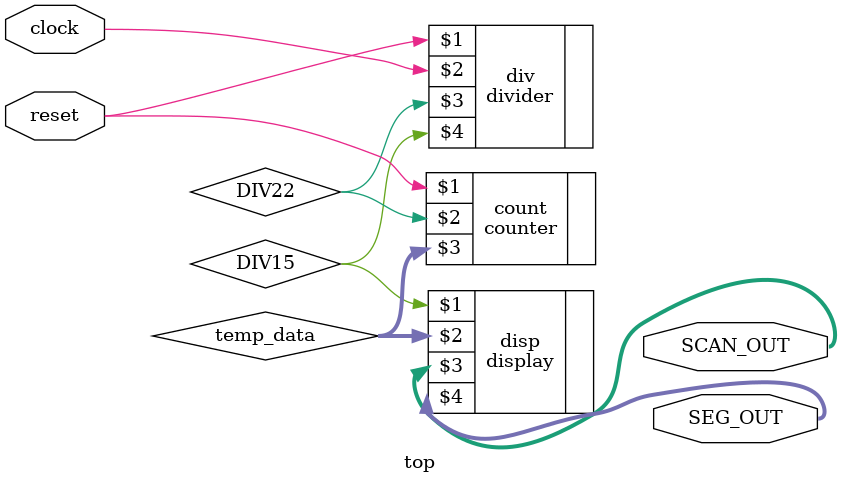
<source format=v>
`timescale 1ns / 1ps


module top(reset, clock, SCAN_OUT, SEG_OUT);
    input reset, clock;
    output [1:0] SCAN_OUT;      // used to determine which position to display
    output [7:0] SEG_OUT;       // used to determine which digit to display
    wire [7:0] temp_data;
    wire DIV22, DIV15;
    
    divider div(reset, clock, DIV22, DIV15);
    counter count(reset, DIV22, temp_data);
    display disp(DIV15, temp_data, SCAN_OUT, SEG_OUT);
endmodule

</source>
